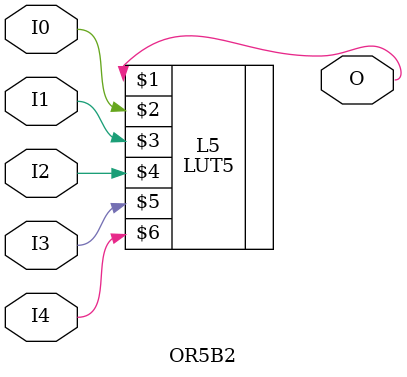
<source format=v>


`timescale  1 ps / 1 ps


module OR5B2 (O, I0, I1, I2, I3, I4);

    output O;

    input  I0, I1, I2, I3, I4;

    LUT5 #(.INIT(32'hFFFFFFF7)) L5 (O, I0, I1, I2, I3, I4);

endmodule

</source>
